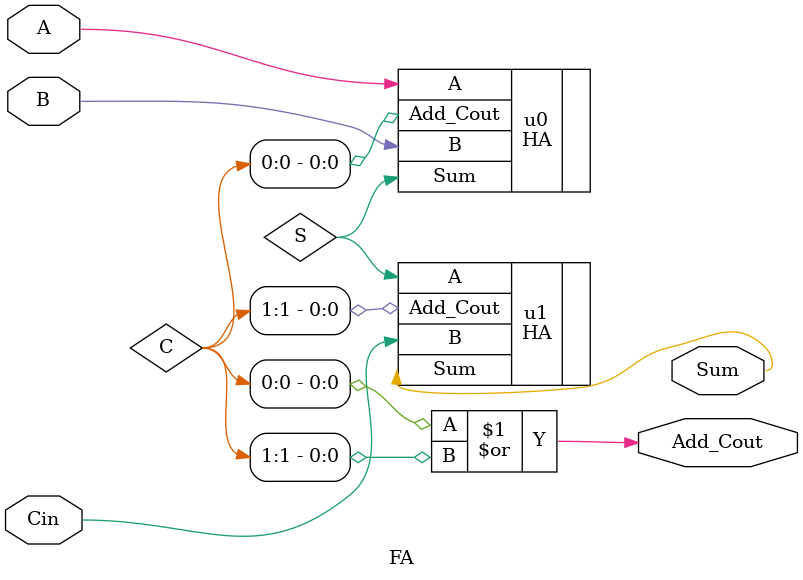
<source format=v>

`timescale 1ns / 1ps

module FA(
       input A,
       input B,
       input Cin,
       output Add_Cout,
       output Sum
    );
    wire S;
    wire [1:0] C;
    
    HA    u0  (.A(A),     .B(B),      .Sum(S),   .Add_Cout(C[0]));
    HA    u1  (.A(S),    .B(Cin),    .Sum(Sum),  .Add_Cout(C[1]));
    assign Add_Cout = C[0] | C[1];  
    
endmodule

</source>
